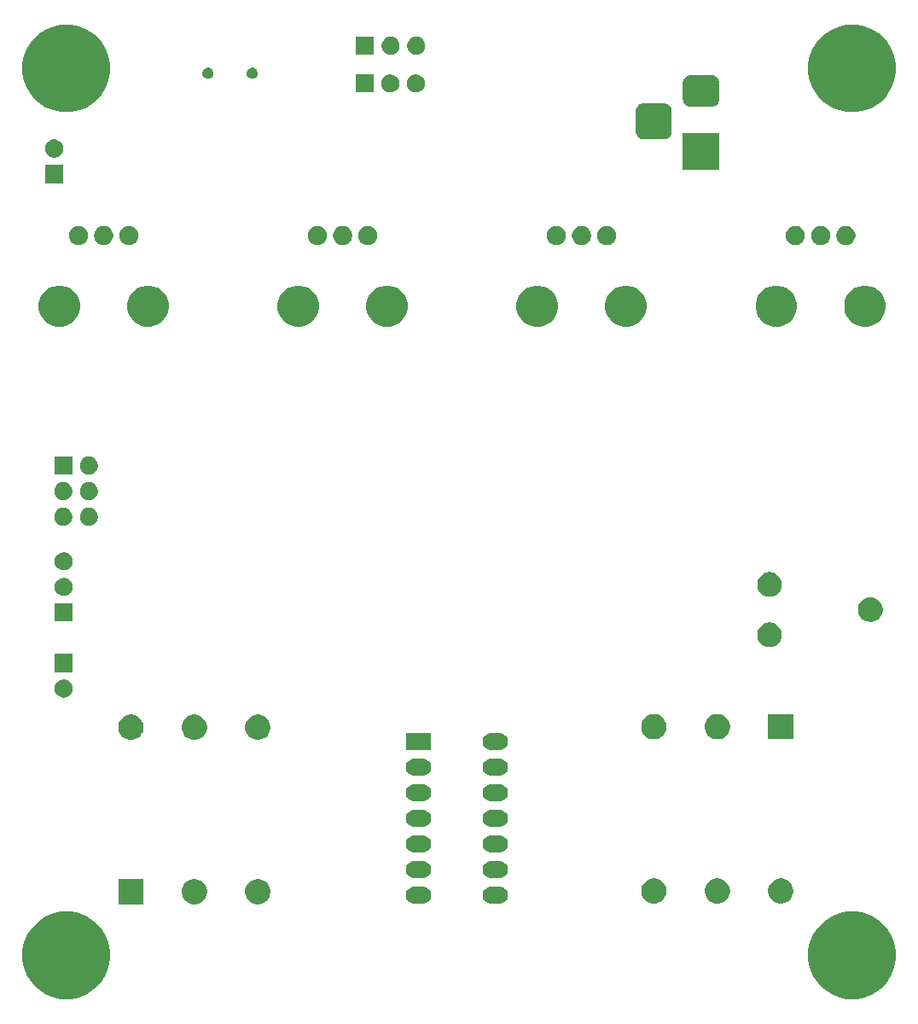
<source format=gbs>
G04 #@! TF.GenerationSoftware,KiCad,Pcbnew,(5.1.5-0-10_14)*
G04 #@! TF.CreationDate,2021-04-10T11:01:01-04:00*
G04 #@! TF.ProjectId,E90,4539302e-6b69-4636-9164-5f7063625858,rev?*
G04 #@! TF.SameCoordinates,Original*
G04 #@! TF.FileFunction,Soldermask,Bot*
G04 #@! TF.FilePolarity,Negative*
%FSLAX46Y46*%
G04 Gerber Fmt 4.6, Leading zero omitted, Abs format (unit mm)*
G04 Created by KiCad (PCBNEW (5.1.5-0-10_14)) date 2021-04-10 11:01:01*
%MOMM*%
%LPD*%
G04 APERTURE LIST*
%ADD10C,0.100000*%
G04 APERTURE END LIST*
D10*
G36*
X127048156Y-114672794D02*
G01*
X127769140Y-114816206D01*
X128560972Y-115144193D01*
X129273601Y-115620357D01*
X129879643Y-116226399D01*
X130355807Y-116939028D01*
X130683794Y-117730860D01*
X130851000Y-118571464D01*
X130851000Y-119428536D01*
X130683794Y-120269140D01*
X130355807Y-121060972D01*
X129879643Y-121773601D01*
X129273601Y-122379643D01*
X128560972Y-122855807D01*
X127769140Y-123183794D01*
X127048156Y-123327206D01*
X126928537Y-123351000D01*
X126071463Y-123351000D01*
X125951844Y-123327206D01*
X125230860Y-123183794D01*
X124439028Y-122855807D01*
X123726399Y-122379643D01*
X123120357Y-121773601D01*
X122644193Y-121060972D01*
X122316206Y-120269140D01*
X122149000Y-119428536D01*
X122149000Y-118571464D01*
X122316206Y-117730860D01*
X122644193Y-116939028D01*
X123120357Y-116226399D01*
X123726399Y-115620357D01*
X124439028Y-115144193D01*
X125230860Y-114816206D01*
X125951844Y-114672794D01*
X126071463Y-114649000D01*
X126928537Y-114649000D01*
X127048156Y-114672794D01*
G37*
G36*
X49048156Y-114672794D02*
G01*
X49769140Y-114816206D01*
X50560972Y-115144193D01*
X51273601Y-115620357D01*
X51879643Y-116226399D01*
X52355807Y-116939028D01*
X52683794Y-117730860D01*
X52851000Y-118571464D01*
X52851000Y-119428536D01*
X52683794Y-120269140D01*
X52355807Y-121060972D01*
X51879643Y-121773601D01*
X51273601Y-122379643D01*
X50560972Y-122855807D01*
X49769140Y-123183794D01*
X49048156Y-123327206D01*
X48928537Y-123351000D01*
X48071463Y-123351000D01*
X47951844Y-123327206D01*
X47230860Y-123183794D01*
X46439028Y-122855807D01*
X45726399Y-122379643D01*
X45120357Y-121773601D01*
X44644193Y-121060972D01*
X44316206Y-120269140D01*
X44149000Y-119428536D01*
X44149000Y-118571464D01*
X44316206Y-117730860D01*
X44644193Y-116939028D01*
X45120357Y-116226399D01*
X45726399Y-115620357D01*
X46439028Y-115144193D01*
X47230860Y-114816206D01*
X47951844Y-114672794D01*
X48071463Y-114649000D01*
X48928537Y-114649000D01*
X49048156Y-114672794D01*
G37*
G36*
X56161000Y-113931000D02*
G01*
X53659000Y-113931000D01*
X53659000Y-111429000D01*
X56161000Y-111429000D01*
X56161000Y-113931000D01*
G37*
G36*
X61574903Y-111477075D02*
G01*
X61802571Y-111571378D01*
X62007466Y-111708285D01*
X62181715Y-111882534D01*
X62181716Y-111882536D01*
X62318623Y-112087431D01*
X62412925Y-112315097D01*
X62461000Y-112556786D01*
X62461000Y-112803214D01*
X62412925Y-113044903D01*
X62345027Y-113208825D01*
X62318622Y-113272571D01*
X62181715Y-113477466D01*
X62007466Y-113651715D01*
X61802571Y-113788622D01*
X61802570Y-113788623D01*
X61802569Y-113788623D01*
X61574903Y-113882925D01*
X61333214Y-113931000D01*
X61086786Y-113931000D01*
X60845097Y-113882925D01*
X60617431Y-113788623D01*
X60617430Y-113788623D01*
X60617429Y-113788622D01*
X60412534Y-113651715D01*
X60238285Y-113477466D01*
X60101378Y-113272571D01*
X60074974Y-113208825D01*
X60007075Y-113044903D01*
X59959000Y-112803214D01*
X59959000Y-112556786D01*
X60007075Y-112315097D01*
X60101377Y-112087431D01*
X60238284Y-111882536D01*
X60238285Y-111882534D01*
X60412534Y-111708285D01*
X60617429Y-111571378D01*
X60845097Y-111477075D01*
X61086786Y-111429000D01*
X61333214Y-111429000D01*
X61574903Y-111477075D01*
G37*
G36*
X67874903Y-111477075D02*
G01*
X68102571Y-111571378D01*
X68307466Y-111708285D01*
X68481715Y-111882534D01*
X68481716Y-111882536D01*
X68618623Y-112087431D01*
X68712925Y-112315097D01*
X68761000Y-112556786D01*
X68761000Y-112803214D01*
X68712925Y-113044903D01*
X68645027Y-113208825D01*
X68618622Y-113272571D01*
X68481715Y-113477466D01*
X68307466Y-113651715D01*
X68102571Y-113788622D01*
X68102570Y-113788623D01*
X68102569Y-113788623D01*
X67874903Y-113882925D01*
X67633214Y-113931000D01*
X67386786Y-113931000D01*
X67145097Y-113882925D01*
X66917431Y-113788623D01*
X66917430Y-113788623D01*
X66917429Y-113788622D01*
X66712534Y-113651715D01*
X66538285Y-113477466D01*
X66401378Y-113272571D01*
X66374974Y-113208825D01*
X66307075Y-113044903D01*
X66259000Y-112803214D01*
X66259000Y-112556786D01*
X66307075Y-112315097D01*
X66401377Y-112087431D01*
X66538284Y-111882536D01*
X66538285Y-111882534D01*
X66712534Y-111708285D01*
X66917429Y-111571378D01*
X67145097Y-111477075D01*
X67386786Y-111429000D01*
X67633214Y-111429000D01*
X67874903Y-111477075D01*
G37*
G36*
X84026823Y-112203313D02*
G01*
X84187242Y-112251976D01*
X84305333Y-112315097D01*
X84335078Y-112330996D01*
X84464659Y-112437341D01*
X84571004Y-112566922D01*
X84571005Y-112566924D01*
X84650024Y-112714758D01*
X84698687Y-112875177D01*
X84715117Y-113042000D01*
X84698687Y-113208823D01*
X84650024Y-113369242D01*
X84592178Y-113477464D01*
X84571004Y-113517078D01*
X84464659Y-113646659D01*
X84335078Y-113753004D01*
X84335076Y-113753005D01*
X84187242Y-113832024D01*
X84026823Y-113880687D01*
X83901804Y-113893000D01*
X83018196Y-113893000D01*
X82893177Y-113880687D01*
X82732758Y-113832024D01*
X82584924Y-113753005D01*
X82584922Y-113753004D01*
X82455341Y-113646659D01*
X82348996Y-113517078D01*
X82327822Y-113477464D01*
X82269976Y-113369242D01*
X82221313Y-113208823D01*
X82204883Y-113042000D01*
X82221313Y-112875177D01*
X82269976Y-112714758D01*
X82348995Y-112566924D01*
X82348996Y-112566922D01*
X82455341Y-112437341D01*
X82584922Y-112330996D01*
X82614667Y-112315097D01*
X82732758Y-112251976D01*
X82893177Y-112203313D01*
X83018196Y-112191000D01*
X83901804Y-112191000D01*
X84026823Y-112203313D01*
G37*
G36*
X91646823Y-112203313D02*
G01*
X91807242Y-112251976D01*
X91925333Y-112315097D01*
X91955078Y-112330996D01*
X92084659Y-112437341D01*
X92191004Y-112566922D01*
X92191005Y-112566924D01*
X92270024Y-112714758D01*
X92318687Y-112875177D01*
X92335117Y-113042000D01*
X92318687Y-113208823D01*
X92270024Y-113369242D01*
X92212178Y-113477464D01*
X92191004Y-113517078D01*
X92084659Y-113646659D01*
X91955078Y-113753004D01*
X91955076Y-113753005D01*
X91807242Y-113832024D01*
X91646823Y-113880687D01*
X91521804Y-113893000D01*
X90638196Y-113893000D01*
X90513177Y-113880687D01*
X90352758Y-113832024D01*
X90204924Y-113753005D01*
X90204922Y-113753004D01*
X90075341Y-113646659D01*
X89968996Y-113517078D01*
X89947822Y-113477464D01*
X89889976Y-113369242D01*
X89841313Y-113208823D01*
X89824883Y-113042000D01*
X89841313Y-112875177D01*
X89889976Y-112714758D01*
X89968995Y-112566924D01*
X89968996Y-112566922D01*
X90075341Y-112437341D01*
X90204922Y-112330996D01*
X90234667Y-112315097D01*
X90352758Y-112251976D01*
X90513177Y-112203313D01*
X90638196Y-112191000D01*
X91521804Y-112191000D01*
X91646823Y-112203313D01*
G37*
G36*
X119774903Y-111417075D02*
G01*
X120002571Y-111511378D01*
X120207466Y-111648285D01*
X120381715Y-111822534D01*
X120381716Y-111822536D01*
X120518623Y-112027431D01*
X120612925Y-112255097D01*
X120661000Y-112496786D01*
X120661000Y-112743214D01*
X120612925Y-112984903D01*
X120520175Y-113208823D01*
X120518622Y-113212571D01*
X120381715Y-113417466D01*
X120207466Y-113591715D01*
X120002571Y-113728622D01*
X120002570Y-113728623D01*
X120002569Y-113728623D01*
X119774903Y-113822925D01*
X119533214Y-113871000D01*
X119286786Y-113871000D01*
X119045097Y-113822925D01*
X118817431Y-113728623D01*
X118817430Y-113728623D01*
X118817429Y-113728622D01*
X118612534Y-113591715D01*
X118438285Y-113417466D01*
X118301378Y-113212571D01*
X118299826Y-113208823D01*
X118207075Y-112984903D01*
X118159000Y-112743214D01*
X118159000Y-112496786D01*
X118207075Y-112255097D01*
X118301377Y-112027431D01*
X118438284Y-111822536D01*
X118438285Y-111822534D01*
X118612534Y-111648285D01*
X118817429Y-111511378D01*
X119045097Y-111417075D01*
X119286786Y-111369000D01*
X119533214Y-111369000D01*
X119774903Y-111417075D01*
G37*
G36*
X107174903Y-111417075D02*
G01*
X107402571Y-111511378D01*
X107607466Y-111648285D01*
X107781715Y-111822534D01*
X107781716Y-111822536D01*
X107918623Y-112027431D01*
X108012925Y-112255097D01*
X108061000Y-112496786D01*
X108061000Y-112743214D01*
X108012925Y-112984903D01*
X107920175Y-113208823D01*
X107918622Y-113212571D01*
X107781715Y-113417466D01*
X107607466Y-113591715D01*
X107402571Y-113728622D01*
X107402570Y-113728623D01*
X107402569Y-113728623D01*
X107174903Y-113822925D01*
X106933214Y-113871000D01*
X106686786Y-113871000D01*
X106445097Y-113822925D01*
X106217431Y-113728623D01*
X106217430Y-113728623D01*
X106217429Y-113728622D01*
X106012534Y-113591715D01*
X105838285Y-113417466D01*
X105701378Y-113212571D01*
X105699826Y-113208823D01*
X105607075Y-112984903D01*
X105559000Y-112743214D01*
X105559000Y-112496786D01*
X105607075Y-112255097D01*
X105701377Y-112027431D01*
X105838284Y-111822536D01*
X105838285Y-111822534D01*
X106012534Y-111648285D01*
X106217429Y-111511378D01*
X106445097Y-111417075D01*
X106686786Y-111369000D01*
X106933214Y-111369000D01*
X107174903Y-111417075D01*
G37*
G36*
X113474903Y-111417075D02*
G01*
X113702571Y-111511378D01*
X113907466Y-111648285D01*
X114081715Y-111822534D01*
X114081716Y-111822536D01*
X114218623Y-112027431D01*
X114312925Y-112255097D01*
X114361000Y-112496786D01*
X114361000Y-112743214D01*
X114312925Y-112984903D01*
X114220175Y-113208823D01*
X114218622Y-113212571D01*
X114081715Y-113417466D01*
X113907466Y-113591715D01*
X113702571Y-113728622D01*
X113702570Y-113728623D01*
X113702569Y-113728623D01*
X113474903Y-113822925D01*
X113233214Y-113871000D01*
X112986786Y-113871000D01*
X112745097Y-113822925D01*
X112517431Y-113728623D01*
X112517430Y-113728623D01*
X112517429Y-113728622D01*
X112312534Y-113591715D01*
X112138285Y-113417466D01*
X112001378Y-113212571D01*
X111999826Y-113208823D01*
X111907075Y-112984903D01*
X111859000Y-112743214D01*
X111859000Y-112496786D01*
X111907075Y-112255097D01*
X112001377Y-112027431D01*
X112138284Y-111822536D01*
X112138285Y-111822534D01*
X112312534Y-111648285D01*
X112517429Y-111511378D01*
X112745097Y-111417075D01*
X112986786Y-111369000D01*
X113233214Y-111369000D01*
X113474903Y-111417075D01*
G37*
G36*
X91646823Y-109663313D02*
G01*
X91807242Y-109711976D01*
X91939906Y-109782886D01*
X91955078Y-109790996D01*
X92084659Y-109897341D01*
X92191004Y-110026922D01*
X92191005Y-110026924D01*
X92270024Y-110174758D01*
X92318687Y-110335177D01*
X92335117Y-110502000D01*
X92318687Y-110668823D01*
X92270024Y-110829242D01*
X92199114Y-110961906D01*
X92191004Y-110977078D01*
X92084659Y-111106659D01*
X91955078Y-111213004D01*
X91955076Y-111213005D01*
X91807242Y-111292024D01*
X91646823Y-111340687D01*
X91521804Y-111353000D01*
X90638196Y-111353000D01*
X90513177Y-111340687D01*
X90352758Y-111292024D01*
X90204924Y-111213005D01*
X90204922Y-111213004D01*
X90075341Y-111106659D01*
X89968996Y-110977078D01*
X89960886Y-110961906D01*
X89889976Y-110829242D01*
X89841313Y-110668823D01*
X89824883Y-110502000D01*
X89841313Y-110335177D01*
X89889976Y-110174758D01*
X89968995Y-110026924D01*
X89968996Y-110026922D01*
X90075341Y-109897341D01*
X90204922Y-109790996D01*
X90220094Y-109782886D01*
X90352758Y-109711976D01*
X90513177Y-109663313D01*
X90638196Y-109651000D01*
X91521804Y-109651000D01*
X91646823Y-109663313D01*
G37*
G36*
X84026823Y-109663313D02*
G01*
X84187242Y-109711976D01*
X84319906Y-109782886D01*
X84335078Y-109790996D01*
X84464659Y-109897341D01*
X84571004Y-110026922D01*
X84571005Y-110026924D01*
X84650024Y-110174758D01*
X84698687Y-110335177D01*
X84715117Y-110502000D01*
X84698687Y-110668823D01*
X84650024Y-110829242D01*
X84579114Y-110961906D01*
X84571004Y-110977078D01*
X84464659Y-111106659D01*
X84335078Y-111213004D01*
X84335076Y-111213005D01*
X84187242Y-111292024D01*
X84026823Y-111340687D01*
X83901804Y-111353000D01*
X83018196Y-111353000D01*
X82893177Y-111340687D01*
X82732758Y-111292024D01*
X82584924Y-111213005D01*
X82584922Y-111213004D01*
X82455341Y-111106659D01*
X82348996Y-110977078D01*
X82340886Y-110961906D01*
X82269976Y-110829242D01*
X82221313Y-110668823D01*
X82204883Y-110502000D01*
X82221313Y-110335177D01*
X82269976Y-110174758D01*
X82348995Y-110026924D01*
X82348996Y-110026922D01*
X82455341Y-109897341D01*
X82584922Y-109790996D01*
X82600094Y-109782886D01*
X82732758Y-109711976D01*
X82893177Y-109663313D01*
X83018196Y-109651000D01*
X83901804Y-109651000D01*
X84026823Y-109663313D01*
G37*
G36*
X91646823Y-107123313D02*
G01*
X91807242Y-107171976D01*
X91939906Y-107242886D01*
X91955078Y-107250996D01*
X92084659Y-107357341D01*
X92191004Y-107486922D01*
X92191005Y-107486924D01*
X92270024Y-107634758D01*
X92318687Y-107795177D01*
X92335117Y-107962000D01*
X92318687Y-108128823D01*
X92270024Y-108289242D01*
X92199114Y-108421906D01*
X92191004Y-108437078D01*
X92084659Y-108566659D01*
X91955078Y-108673004D01*
X91955076Y-108673005D01*
X91807242Y-108752024D01*
X91646823Y-108800687D01*
X91521804Y-108813000D01*
X90638196Y-108813000D01*
X90513177Y-108800687D01*
X90352758Y-108752024D01*
X90204924Y-108673005D01*
X90204922Y-108673004D01*
X90075341Y-108566659D01*
X89968996Y-108437078D01*
X89960886Y-108421906D01*
X89889976Y-108289242D01*
X89841313Y-108128823D01*
X89824883Y-107962000D01*
X89841313Y-107795177D01*
X89889976Y-107634758D01*
X89968995Y-107486924D01*
X89968996Y-107486922D01*
X90075341Y-107357341D01*
X90204922Y-107250996D01*
X90220094Y-107242886D01*
X90352758Y-107171976D01*
X90513177Y-107123313D01*
X90638196Y-107111000D01*
X91521804Y-107111000D01*
X91646823Y-107123313D01*
G37*
G36*
X84026823Y-107123313D02*
G01*
X84187242Y-107171976D01*
X84319906Y-107242886D01*
X84335078Y-107250996D01*
X84464659Y-107357341D01*
X84571004Y-107486922D01*
X84571005Y-107486924D01*
X84650024Y-107634758D01*
X84698687Y-107795177D01*
X84715117Y-107962000D01*
X84698687Y-108128823D01*
X84650024Y-108289242D01*
X84579114Y-108421906D01*
X84571004Y-108437078D01*
X84464659Y-108566659D01*
X84335078Y-108673004D01*
X84335076Y-108673005D01*
X84187242Y-108752024D01*
X84026823Y-108800687D01*
X83901804Y-108813000D01*
X83018196Y-108813000D01*
X82893177Y-108800687D01*
X82732758Y-108752024D01*
X82584924Y-108673005D01*
X82584922Y-108673004D01*
X82455341Y-108566659D01*
X82348996Y-108437078D01*
X82340886Y-108421906D01*
X82269976Y-108289242D01*
X82221313Y-108128823D01*
X82204883Y-107962000D01*
X82221313Y-107795177D01*
X82269976Y-107634758D01*
X82348995Y-107486924D01*
X82348996Y-107486922D01*
X82455341Y-107357341D01*
X82584922Y-107250996D01*
X82600094Y-107242886D01*
X82732758Y-107171976D01*
X82893177Y-107123313D01*
X83018196Y-107111000D01*
X83901804Y-107111000D01*
X84026823Y-107123313D01*
G37*
G36*
X84026823Y-104583313D02*
G01*
X84187242Y-104631976D01*
X84319906Y-104702886D01*
X84335078Y-104710996D01*
X84464659Y-104817341D01*
X84571004Y-104946922D01*
X84571005Y-104946924D01*
X84650024Y-105094758D01*
X84698687Y-105255177D01*
X84715117Y-105422000D01*
X84698687Y-105588823D01*
X84650024Y-105749242D01*
X84579114Y-105881906D01*
X84571004Y-105897078D01*
X84464659Y-106026659D01*
X84335078Y-106133004D01*
X84335076Y-106133005D01*
X84187242Y-106212024D01*
X84026823Y-106260687D01*
X83901804Y-106273000D01*
X83018196Y-106273000D01*
X82893177Y-106260687D01*
X82732758Y-106212024D01*
X82584924Y-106133005D01*
X82584922Y-106133004D01*
X82455341Y-106026659D01*
X82348996Y-105897078D01*
X82340886Y-105881906D01*
X82269976Y-105749242D01*
X82221313Y-105588823D01*
X82204883Y-105422000D01*
X82221313Y-105255177D01*
X82269976Y-105094758D01*
X82348995Y-104946924D01*
X82348996Y-104946922D01*
X82455341Y-104817341D01*
X82584922Y-104710996D01*
X82600094Y-104702886D01*
X82732758Y-104631976D01*
X82893177Y-104583313D01*
X83018196Y-104571000D01*
X83901804Y-104571000D01*
X84026823Y-104583313D01*
G37*
G36*
X91646823Y-104583313D02*
G01*
X91807242Y-104631976D01*
X91939906Y-104702886D01*
X91955078Y-104710996D01*
X92084659Y-104817341D01*
X92191004Y-104946922D01*
X92191005Y-104946924D01*
X92270024Y-105094758D01*
X92318687Y-105255177D01*
X92335117Y-105422000D01*
X92318687Y-105588823D01*
X92270024Y-105749242D01*
X92199114Y-105881906D01*
X92191004Y-105897078D01*
X92084659Y-106026659D01*
X91955078Y-106133004D01*
X91955076Y-106133005D01*
X91807242Y-106212024D01*
X91646823Y-106260687D01*
X91521804Y-106273000D01*
X90638196Y-106273000D01*
X90513177Y-106260687D01*
X90352758Y-106212024D01*
X90204924Y-106133005D01*
X90204922Y-106133004D01*
X90075341Y-106026659D01*
X89968996Y-105897078D01*
X89960886Y-105881906D01*
X89889976Y-105749242D01*
X89841313Y-105588823D01*
X89824883Y-105422000D01*
X89841313Y-105255177D01*
X89889976Y-105094758D01*
X89968995Y-104946924D01*
X89968996Y-104946922D01*
X90075341Y-104817341D01*
X90204922Y-104710996D01*
X90220094Y-104702886D01*
X90352758Y-104631976D01*
X90513177Y-104583313D01*
X90638196Y-104571000D01*
X91521804Y-104571000D01*
X91646823Y-104583313D01*
G37*
G36*
X84026823Y-102043313D02*
G01*
X84187242Y-102091976D01*
X84319906Y-102162886D01*
X84335078Y-102170996D01*
X84464659Y-102277341D01*
X84571004Y-102406922D01*
X84571005Y-102406924D01*
X84650024Y-102554758D01*
X84698687Y-102715177D01*
X84715117Y-102882000D01*
X84698687Y-103048823D01*
X84650024Y-103209242D01*
X84579114Y-103341906D01*
X84571004Y-103357078D01*
X84464659Y-103486659D01*
X84335078Y-103593004D01*
X84335076Y-103593005D01*
X84187242Y-103672024D01*
X84026823Y-103720687D01*
X83901804Y-103733000D01*
X83018196Y-103733000D01*
X82893177Y-103720687D01*
X82732758Y-103672024D01*
X82584924Y-103593005D01*
X82584922Y-103593004D01*
X82455341Y-103486659D01*
X82348996Y-103357078D01*
X82340886Y-103341906D01*
X82269976Y-103209242D01*
X82221313Y-103048823D01*
X82204883Y-102882000D01*
X82221313Y-102715177D01*
X82269976Y-102554758D01*
X82348995Y-102406924D01*
X82348996Y-102406922D01*
X82455341Y-102277341D01*
X82584922Y-102170996D01*
X82600094Y-102162886D01*
X82732758Y-102091976D01*
X82893177Y-102043313D01*
X83018196Y-102031000D01*
X83901804Y-102031000D01*
X84026823Y-102043313D01*
G37*
G36*
X91646823Y-102043313D02*
G01*
X91807242Y-102091976D01*
X91939906Y-102162886D01*
X91955078Y-102170996D01*
X92084659Y-102277341D01*
X92191004Y-102406922D01*
X92191005Y-102406924D01*
X92270024Y-102554758D01*
X92318687Y-102715177D01*
X92335117Y-102882000D01*
X92318687Y-103048823D01*
X92270024Y-103209242D01*
X92199114Y-103341906D01*
X92191004Y-103357078D01*
X92084659Y-103486659D01*
X91955078Y-103593004D01*
X91955076Y-103593005D01*
X91807242Y-103672024D01*
X91646823Y-103720687D01*
X91521804Y-103733000D01*
X90638196Y-103733000D01*
X90513177Y-103720687D01*
X90352758Y-103672024D01*
X90204924Y-103593005D01*
X90204922Y-103593004D01*
X90075341Y-103486659D01*
X89968996Y-103357078D01*
X89960886Y-103341906D01*
X89889976Y-103209242D01*
X89841313Y-103048823D01*
X89824883Y-102882000D01*
X89841313Y-102715177D01*
X89889976Y-102554758D01*
X89968995Y-102406924D01*
X89968996Y-102406922D01*
X90075341Y-102277341D01*
X90204922Y-102170996D01*
X90220094Y-102162886D01*
X90352758Y-102091976D01*
X90513177Y-102043313D01*
X90638196Y-102031000D01*
X91521804Y-102031000D01*
X91646823Y-102043313D01*
G37*
G36*
X84026823Y-99503313D02*
G01*
X84187242Y-99551976D01*
X84319906Y-99622886D01*
X84335078Y-99630996D01*
X84464659Y-99737341D01*
X84571004Y-99866922D01*
X84571005Y-99866924D01*
X84650024Y-100014758D01*
X84698687Y-100175177D01*
X84715117Y-100342000D01*
X84698687Y-100508823D01*
X84650024Y-100669242D01*
X84579114Y-100801906D01*
X84571004Y-100817078D01*
X84464659Y-100946659D01*
X84335078Y-101053004D01*
X84335076Y-101053005D01*
X84187242Y-101132024D01*
X84026823Y-101180687D01*
X83901804Y-101193000D01*
X83018196Y-101193000D01*
X82893177Y-101180687D01*
X82732758Y-101132024D01*
X82584924Y-101053005D01*
X82584922Y-101053004D01*
X82455341Y-100946659D01*
X82348996Y-100817078D01*
X82340886Y-100801906D01*
X82269976Y-100669242D01*
X82221313Y-100508823D01*
X82204883Y-100342000D01*
X82221313Y-100175177D01*
X82269976Y-100014758D01*
X82348995Y-99866924D01*
X82348996Y-99866922D01*
X82455341Y-99737341D01*
X82584922Y-99630996D01*
X82600094Y-99622886D01*
X82732758Y-99551976D01*
X82893177Y-99503313D01*
X83018196Y-99491000D01*
X83901804Y-99491000D01*
X84026823Y-99503313D01*
G37*
G36*
X91646823Y-99503313D02*
G01*
X91807242Y-99551976D01*
X91939906Y-99622886D01*
X91955078Y-99630996D01*
X92084659Y-99737341D01*
X92191004Y-99866922D01*
X92191005Y-99866924D01*
X92270024Y-100014758D01*
X92318687Y-100175177D01*
X92335117Y-100342000D01*
X92318687Y-100508823D01*
X92270024Y-100669242D01*
X92199114Y-100801906D01*
X92191004Y-100817078D01*
X92084659Y-100946659D01*
X91955078Y-101053004D01*
X91955076Y-101053005D01*
X91807242Y-101132024D01*
X91646823Y-101180687D01*
X91521804Y-101193000D01*
X90638196Y-101193000D01*
X90513177Y-101180687D01*
X90352758Y-101132024D01*
X90204924Y-101053005D01*
X90204922Y-101053004D01*
X90075341Y-100946659D01*
X89968996Y-100817078D01*
X89960886Y-100801906D01*
X89889976Y-100669242D01*
X89841313Y-100508823D01*
X89824883Y-100342000D01*
X89841313Y-100175177D01*
X89889976Y-100014758D01*
X89968995Y-99866924D01*
X89968996Y-99866922D01*
X90075341Y-99737341D01*
X90204922Y-99630996D01*
X90220094Y-99622886D01*
X90352758Y-99551976D01*
X90513177Y-99503313D01*
X90638196Y-99491000D01*
X91521804Y-99491000D01*
X91646823Y-99503313D01*
G37*
G36*
X91646823Y-96963313D02*
G01*
X91807242Y-97011976D01*
X91939906Y-97082886D01*
X91955078Y-97090996D01*
X92084659Y-97197341D01*
X92191004Y-97326922D01*
X92191005Y-97326924D01*
X92270024Y-97474758D01*
X92318687Y-97635177D01*
X92335117Y-97802000D01*
X92318687Y-97968823D01*
X92270024Y-98129242D01*
X92199114Y-98261906D01*
X92191004Y-98277078D01*
X92084659Y-98406659D01*
X91955078Y-98513004D01*
X91955076Y-98513005D01*
X91807242Y-98592024D01*
X91646823Y-98640687D01*
X91521804Y-98653000D01*
X90638196Y-98653000D01*
X90513177Y-98640687D01*
X90352758Y-98592024D01*
X90204924Y-98513005D01*
X90204922Y-98513004D01*
X90075341Y-98406659D01*
X89968996Y-98277078D01*
X89960886Y-98261906D01*
X89889976Y-98129242D01*
X89841313Y-97968823D01*
X89824883Y-97802000D01*
X89841313Y-97635177D01*
X89889976Y-97474758D01*
X89968995Y-97326924D01*
X89968996Y-97326922D01*
X90075341Y-97197341D01*
X90204922Y-97090996D01*
X90220094Y-97082886D01*
X90352758Y-97011976D01*
X90513177Y-96963313D01*
X90638196Y-96951000D01*
X91521804Y-96951000D01*
X91646823Y-96963313D01*
G37*
G36*
X84711000Y-98653000D02*
G01*
X82209000Y-98653000D01*
X82209000Y-96951000D01*
X84711000Y-96951000D01*
X84711000Y-98653000D01*
G37*
G36*
X67874903Y-95177075D02*
G01*
X68102571Y-95271378D01*
X68307466Y-95408285D01*
X68481715Y-95582534D01*
X68481716Y-95582536D01*
X68618623Y-95787431D01*
X68712925Y-96015097D01*
X68761000Y-96256786D01*
X68761000Y-96503214D01*
X68712925Y-96744903D01*
X68622457Y-96963314D01*
X68618622Y-96972571D01*
X68481715Y-97177466D01*
X68307466Y-97351715D01*
X68102571Y-97488622D01*
X68102570Y-97488623D01*
X68102569Y-97488623D01*
X67874903Y-97582925D01*
X67633214Y-97631000D01*
X67386786Y-97631000D01*
X67145097Y-97582925D01*
X66917431Y-97488623D01*
X66917430Y-97488623D01*
X66917429Y-97488622D01*
X66712534Y-97351715D01*
X66538285Y-97177466D01*
X66401378Y-96972571D01*
X66397544Y-96963314D01*
X66307075Y-96744903D01*
X66259000Y-96503214D01*
X66259000Y-96256786D01*
X66307075Y-96015097D01*
X66401377Y-95787431D01*
X66538284Y-95582536D01*
X66538285Y-95582534D01*
X66712534Y-95408285D01*
X66917429Y-95271378D01*
X67145097Y-95177075D01*
X67386786Y-95129000D01*
X67633214Y-95129000D01*
X67874903Y-95177075D01*
G37*
G36*
X61574903Y-95177075D02*
G01*
X61802571Y-95271378D01*
X62007466Y-95408285D01*
X62181715Y-95582534D01*
X62181716Y-95582536D01*
X62318623Y-95787431D01*
X62412925Y-96015097D01*
X62461000Y-96256786D01*
X62461000Y-96503214D01*
X62412925Y-96744903D01*
X62322457Y-96963314D01*
X62318622Y-96972571D01*
X62181715Y-97177466D01*
X62007466Y-97351715D01*
X61802571Y-97488622D01*
X61802570Y-97488623D01*
X61802569Y-97488623D01*
X61574903Y-97582925D01*
X61333214Y-97631000D01*
X61086786Y-97631000D01*
X60845097Y-97582925D01*
X60617431Y-97488623D01*
X60617430Y-97488623D01*
X60617429Y-97488622D01*
X60412534Y-97351715D01*
X60238285Y-97177466D01*
X60101378Y-96972571D01*
X60097544Y-96963314D01*
X60007075Y-96744903D01*
X59959000Y-96503214D01*
X59959000Y-96256786D01*
X60007075Y-96015097D01*
X60101377Y-95787431D01*
X60238284Y-95582536D01*
X60238285Y-95582534D01*
X60412534Y-95408285D01*
X60617429Y-95271378D01*
X60845097Y-95177075D01*
X61086786Y-95129000D01*
X61333214Y-95129000D01*
X61574903Y-95177075D01*
G37*
G36*
X55274903Y-95177075D02*
G01*
X55502571Y-95271378D01*
X55707466Y-95408285D01*
X55881715Y-95582534D01*
X55881716Y-95582536D01*
X56018623Y-95787431D01*
X56112925Y-96015097D01*
X56161000Y-96256786D01*
X56161000Y-96503214D01*
X56112925Y-96744903D01*
X56022457Y-96963314D01*
X56018622Y-96972571D01*
X55881715Y-97177466D01*
X55707466Y-97351715D01*
X55502571Y-97488622D01*
X55502570Y-97488623D01*
X55502569Y-97488623D01*
X55274903Y-97582925D01*
X55033214Y-97631000D01*
X54786786Y-97631000D01*
X54545097Y-97582925D01*
X54317431Y-97488623D01*
X54317430Y-97488623D01*
X54317429Y-97488622D01*
X54112534Y-97351715D01*
X53938285Y-97177466D01*
X53801378Y-96972571D01*
X53797544Y-96963314D01*
X53707075Y-96744903D01*
X53659000Y-96503214D01*
X53659000Y-96256786D01*
X53707075Y-96015097D01*
X53801377Y-95787431D01*
X53938284Y-95582536D01*
X53938285Y-95582534D01*
X54112534Y-95408285D01*
X54317429Y-95271378D01*
X54545097Y-95177075D01*
X54786786Y-95129000D01*
X55033214Y-95129000D01*
X55274903Y-95177075D01*
G37*
G36*
X120661000Y-97571000D02*
G01*
X118159000Y-97571000D01*
X118159000Y-95069000D01*
X120661000Y-95069000D01*
X120661000Y-97571000D01*
G37*
G36*
X113474903Y-95117075D02*
G01*
X113702571Y-95211378D01*
X113907466Y-95348285D01*
X114081715Y-95522534D01*
X114218622Y-95727429D01*
X114312925Y-95955097D01*
X114361000Y-96196787D01*
X114361000Y-96443213D01*
X114312925Y-96684903D01*
X114218622Y-96912571D01*
X114081715Y-97117466D01*
X113907466Y-97291715D01*
X113702571Y-97428622D01*
X113702570Y-97428623D01*
X113702569Y-97428623D01*
X113474903Y-97522925D01*
X113233214Y-97571000D01*
X112986786Y-97571000D01*
X112745097Y-97522925D01*
X112517431Y-97428623D01*
X112517430Y-97428623D01*
X112517429Y-97428622D01*
X112312534Y-97291715D01*
X112138285Y-97117466D01*
X112001378Y-96912571D01*
X111907075Y-96684903D01*
X111859000Y-96443213D01*
X111859000Y-96196787D01*
X111907075Y-95955097D01*
X112001378Y-95727429D01*
X112138285Y-95522534D01*
X112312534Y-95348285D01*
X112517429Y-95211378D01*
X112745097Y-95117075D01*
X112986786Y-95069000D01*
X113233214Y-95069000D01*
X113474903Y-95117075D01*
G37*
G36*
X107174903Y-95117075D02*
G01*
X107402571Y-95211378D01*
X107607466Y-95348285D01*
X107781715Y-95522534D01*
X107918622Y-95727429D01*
X108012925Y-95955097D01*
X108061000Y-96196787D01*
X108061000Y-96443213D01*
X108012925Y-96684903D01*
X107918622Y-96912571D01*
X107781715Y-97117466D01*
X107607466Y-97291715D01*
X107402571Y-97428622D01*
X107402570Y-97428623D01*
X107402569Y-97428623D01*
X107174903Y-97522925D01*
X106933214Y-97571000D01*
X106686786Y-97571000D01*
X106445097Y-97522925D01*
X106217431Y-97428623D01*
X106217430Y-97428623D01*
X106217429Y-97428622D01*
X106012534Y-97291715D01*
X105838285Y-97117466D01*
X105701378Y-96912571D01*
X105607075Y-96684903D01*
X105559000Y-96443213D01*
X105559000Y-96196787D01*
X105607075Y-95955097D01*
X105701378Y-95727429D01*
X105838285Y-95522534D01*
X106012534Y-95348285D01*
X106217429Y-95211378D01*
X106445097Y-95117075D01*
X106686786Y-95069000D01*
X106933214Y-95069000D01*
X107174903Y-95117075D01*
G37*
G36*
X48363512Y-91643927D02*
G01*
X48512812Y-91673624D01*
X48676784Y-91741544D01*
X48824354Y-91840147D01*
X48949853Y-91965646D01*
X49048456Y-92113216D01*
X49116376Y-92277188D01*
X49151000Y-92451259D01*
X49151000Y-92628741D01*
X49116376Y-92802812D01*
X49048456Y-92966784D01*
X48949853Y-93114354D01*
X48824354Y-93239853D01*
X48676784Y-93338456D01*
X48512812Y-93406376D01*
X48363512Y-93436073D01*
X48338742Y-93441000D01*
X48161258Y-93441000D01*
X48136488Y-93436073D01*
X47987188Y-93406376D01*
X47823216Y-93338456D01*
X47675646Y-93239853D01*
X47550147Y-93114354D01*
X47451544Y-92966784D01*
X47383624Y-92802812D01*
X47349000Y-92628741D01*
X47349000Y-92451259D01*
X47383624Y-92277188D01*
X47451544Y-92113216D01*
X47550147Y-91965646D01*
X47675646Y-91840147D01*
X47823216Y-91741544D01*
X47987188Y-91673624D01*
X48136488Y-91643927D01*
X48161258Y-91639000D01*
X48338742Y-91639000D01*
X48363512Y-91643927D01*
G37*
G36*
X49151000Y-90901000D02*
G01*
X47349000Y-90901000D01*
X47349000Y-89099000D01*
X49151000Y-89099000D01*
X49151000Y-90901000D01*
G37*
G36*
X118656153Y-86025922D02*
G01*
X118748194Y-86064047D01*
X118878359Y-86117963D01*
X119078342Y-86251587D01*
X119248413Y-86421658D01*
X119382037Y-86621641D01*
X119474078Y-86843848D01*
X119521000Y-87079741D01*
X119521000Y-87320259D01*
X119474078Y-87556152D01*
X119382037Y-87778359D01*
X119248413Y-87978342D01*
X119078342Y-88148413D01*
X118878359Y-88282037D01*
X118748194Y-88335953D01*
X118656153Y-88374078D01*
X118420259Y-88421000D01*
X118179741Y-88421000D01*
X117943847Y-88374078D01*
X117851806Y-88335953D01*
X117721641Y-88282037D01*
X117521658Y-88148413D01*
X117351587Y-87978342D01*
X117217963Y-87778359D01*
X117125922Y-87556152D01*
X117079000Y-87320259D01*
X117079000Y-87079741D01*
X117125922Y-86843848D01*
X117217963Y-86621641D01*
X117351587Y-86421658D01*
X117521658Y-86251587D01*
X117721641Y-86117963D01*
X117851806Y-86064047D01*
X117943847Y-86025922D01*
X118061795Y-86002461D01*
X118179741Y-85979000D01*
X118420259Y-85979000D01*
X118656153Y-86025922D01*
G37*
G36*
X128656153Y-83525922D02*
G01*
X128748194Y-83564047D01*
X128878359Y-83617963D01*
X129078342Y-83751587D01*
X129248413Y-83921658D01*
X129382037Y-84121641D01*
X129474078Y-84343848D01*
X129521000Y-84579741D01*
X129521000Y-84820259D01*
X129474078Y-85056152D01*
X129382037Y-85278359D01*
X129248413Y-85478342D01*
X129078342Y-85648413D01*
X128878359Y-85782037D01*
X128748194Y-85835953D01*
X128656153Y-85874078D01*
X128420259Y-85921000D01*
X128179741Y-85921000D01*
X128061795Y-85897539D01*
X127943847Y-85874078D01*
X127851806Y-85835953D01*
X127721641Y-85782037D01*
X127521658Y-85648413D01*
X127351587Y-85478342D01*
X127217963Y-85278359D01*
X127125922Y-85056152D01*
X127079000Y-84820259D01*
X127079000Y-84579741D01*
X127125922Y-84343848D01*
X127217963Y-84121641D01*
X127351587Y-83921658D01*
X127521658Y-83751587D01*
X127721641Y-83617963D01*
X127851806Y-83564047D01*
X127943847Y-83525922D01*
X128179741Y-83479000D01*
X128420259Y-83479000D01*
X128656153Y-83525922D01*
G37*
G36*
X49151000Y-85901000D02*
G01*
X47349000Y-85901000D01*
X47349000Y-84099000D01*
X49151000Y-84099000D01*
X49151000Y-85901000D01*
G37*
G36*
X118538205Y-81002461D02*
G01*
X118656153Y-81025922D01*
X118748194Y-81064047D01*
X118878359Y-81117963D01*
X119078342Y-81251587D01*
X119248413Y-81421658D01*
X119382037Y-81621641D01*
X119474078Y-81843848D01*
X119521000Y-82079741D01*
X119521000Y-82320259D01*
X119474078Y-82556152D01*
X119382037Y-82778359D01*
X119248413Y-82978342D01*
X119078342Y-83148413D01*
X118878359Y-83282037D01*
X118771317Y-83326375D01*
X118656153Y-83374078D01*
X118420259Y-83421000D01*
X118179741Y-83421000D01*
X117943847Y-83374078D01*
X117828683Y-83326375D01*
X117721641Y-83282037D01*
X117521658Y-83148413D01*
X117351587Y-82978342D01*
X117217963Y-82778359D01*
X117125922Y-82556152D01*
X117079000Y-82320259D01*
X117079000Y-82079741D01*
X117125922Y-81843848D01*
X117217963Y-81621641D01*
X117351587Y-81421658D01*
X117521658Y-81251587D01*
X117721641Y-81117963D01*
X117851806Y-81064047D01*
X117943847Y-81025922D01*
X118061795Y-81002461D01*
X118179741Y-80979000D01*
X118420259Y-80979000D01*
X118538205Y-81002461D01*
G37*
G36*
X48363512Y-81563927D02*
G01*
X48512812Y-81593624D01*
X48676784Y-81661544D01*
X48824354Y-81760147D01*
X48949853Y-81885646D01*
X49048456Y-82033216D01*
X49116376Y-82197188D01*
X49151000Y-82371259D01*
X49151000Y-82548741D01*
X49116376Y-82722812D01*
X49048456Y-82886784D01*
X48949853Y-83034354D01*
X48824354Y-83159853D01*
X48676784Y-83258456D01*
X48512812Y-83326376D01*
X48363512Y-83356073D01*
X48338742Y-83361000D01*
X48161258Y-83361000D01*
X48136488Y-83356073D01*
X47987188Y-83326376D01*
X47823216Y-83258456D01*
X47675646Y-83159853D01*
X47550147Y-83034354D01*
X47451544Y-82886784D01*
X47383624Y-82722812D01*
X47349000Y-82548741D01*
X47349000Y-82371259D01*
X47383624Y-82197188D01*
X47451544Y-82033216D01*
X47550147Y-81885646D01*
X47675646Y-81760147D01*
X47823216Y-81661544D01*
X47987188Y-81593624D01*
X48136488Y-81563927D01*
X48161258Y-81559000D01*
X48338742Y-81559000D01*
X48363512Y-81563927D01*
G37*
G36*
X48363512Y-79023927D02*
G01*
X48512812Y-79053624D01*
X48676784Y-79121544D01*
X48824354Y-79220147D01*
X48949853Y-79345646D01*
X49048456Y-79493216D01*
X49116376Y-79657188D01*
X49151000Y-79831259D01*
X49151000Y-80008741D01*
X49116376Y-80182812D01*
X49048456Y-80346784D01*
X48949853Y-80494354D01*
X48824354Y-80619853D01*
X48676784Y-80718456D01*
X48512812Y-80786376D01*
X48363512Y-80816073D01*
X48338742Y-80821000D01*
X48161258Y-80821000D01*
X48136488Y-80816073D01*
X47987188Y-80786376D01*
X47823216Y-80718456D01*
X47675646Y-80619853D01*
X47550147Y-80494354D01*
X47451544Y-80346784D01*
X47383624Y-80182812D01*
X47349000Y-80008741D01*
X47349000Y-79831259D01*
X47383624Y-79657188D01*
X47451544Y-79493216D01*
X47550147Y-79345646D01*
X47675646Y-79220147D01*
X47823216Y-79121544D01*
X47987188Y-79053624D01*
X48136488Y-79023927D01*
X48161258Y-79019000D01*
X48338742Y-79019000D01*
X48363512Y-79023927D01*
G37*
G36*
X50863512Y-74603927D02*
G01*
X51012812Y-74633624D01*
X51176784Y-74701544D01*
X51324354Y-74800147D01*
X51449853Y-74925646D01*
X51548456Y-75073216D01*
X51616376Y-75237188D01*
X51651000Y-75411259D01*
X51651000Y-75588741D01*
X51616376Y-75762812D01*
X51548456Y-75926784D01*
X51449853Y-76074354D01*
X51324354Y-76199853D01*
X51176784Y-76298456D01*
X51012812Y-76366376D01*
X50863512Y-76396073D01*
X50838742Y-76401000D01*
X50661258Y-76401000D01*
X50636488Y-76396073D01*
X50487188Y-76366376D01*
X50323216Y-76298456D01*
X50175646Y-76199853D01*
X50050147Y-76074354D01*
X49951544Y-75926784D01*
X49883624Y-75762812D01*
X49849000Y-75588741D01*
X49849000Y-75411259D01*
X49883624Y-75237188D01*
X49951544Y-75073216D01*
X50050147Y-74925646D01*
X50175646Y-74800147D01*
X50323216Y-74701544D01*
X50487188Y-74633624D01*
X50636488Y-74603927D01*
X50661258Y-74599000D01*
X50838742Y-74599000D01*
X50863512Y-74603927D01*
G37*
G36*
X48323512Y-74603927D02*
G01*
X48472812Y-74633624D01*
X48636784Y-74701544D01*
X48784354Y-74800147D01*
X48909853Y-74925646D01*
X49008456Y-75073216D01*
X49076376Y-75237188D01*
X49111000Y-75411259D01*
X49111000Y-75588741D01*
X49076376Y-75762812D01*
X49008456Y-75926784D01*
X48909853Y-76074354D01*
X48784354Y-76199853D01*
X48636784Y-76298456D01*
X48472812Y-76366376D01*
X48323512Y-76396073D01*
X48298742Y-76401000D01*
X48121258Y-76401000D01*
X48096488Y-76396073D01*
X47947188Y-76366376D01*
X47783216Y-76298456D01*
X47635646Y-76199853D01*
X47510147Y-76074354D01*
X47411544Y-75926784D01*
X47343624Y-75762812D01*
X47309000Y-75588741D01*
X47309000Y-75411259D01*
X47343624Y-75237188D01*
X47411544Y-75073216D01*
X47510147Y-74925646D01*
X47635646Y-74800147D01*
X47783216Y-74701544D01*
X47947188Y-74633624D01*
X48096488Y-74603927D01*
X48121258Y-74599000D01*
X48298742Y-74599000D01*
X48323512Y-74603927D01*
G37*
G36*
X50863512Y-72063927D02*
G01*
X51012812Y-72093624D01*
X51176784Y-72161544D01*
X51324354Y-72260147D01*
X51449853Y-72385646D01*
X51548456Y-72533216D01*
X51616376Y-72697188D01*
X51651000Y-72871259D01*
X51651000Y-73048741D01*
X51616376Y-73222812D01*
X51548456Y-73386784D01*
X51449853Y-73534354D01*
X51324354Y-73659853D01*
X51176784Y-73758456D01*
X51012812Y-73826376D01*
X50863512Y-73856073D01*
X50838742Y-73861000D01*
X50661258Y-73861000D01*
X50636488Y-73856073D01*
X50487188Y-73826376D01*
X50323216Y-73758456D01*
X50175646Y-73659853D01*
X50050147Y-73534354D01*
X49951544Y-73386784D01*
X49883624Y-73222812D01*
X49849000Y-73048741D01*
X49849000Y-72871259D01*
X49883624Y-72697188D01*
X49951544Y-72533216D01*
X50050147Y-72385646D01*
X50175646Y-72260147D01*
X50323216Y-72161544D01*
X50487188Y-72093624D01*
X50636488Y-72063927D01*
X50661258Y-72059000D01*
X50838742Y-72059000D01*
X50863512Y-72063927D01*
G37*
G36*
X48323512Y-72063927D02*
G01*
X48472812Y-72093624D01*
X48636784Y-72161544D01*
X48784354Y-72260147D01*
X48909853Y-72385646D01*
X49008456Y-72533216D01*
X49076376Y-72697188D01*
X49111000Y-72871259D01*
X49111000Y-73048741D01*
X49076376Y-73222812D01*
X49008456Y-73386784D01*
X48909853Y-73534354D01*
X48784354Y-73659853D01*
X48636784Y-73758456D01*
X48472812Y-73826376D01*
X48323512Y-73856073D01*
X48298742Y-73861000D01*
X48121258Y-73861000D01*
X48096488Y-73856073D01*
X47947188Y-73826376D01*
X47783216Y-73758456D01*
X47635646Y-73659853D01*
X47510147Y-73534354D01*
X47411544Y-73386784D01*
X47343624Y-73222812D01*
X47309000Y-73048741D01*
X47309000Y-72871259D01*
X47343624Y-72697188D01*
X47411544Y-72533216D01*
X47510147Y-72385646D01*
X47635646Y-72260147D01*
X47783216Y-72161544D01*
X47947188Y-72093624D01*
X48096488Y-72063927D01*
X48121258Y-72059000D01*
X48298742Y-72059000D01*
X48323512Y-72063927D01*
G37*
G36*
X49111000Y-71321000D02*
G01*
X47309000Y-71321000D01*
X47309000Y-69519000D01*
X49111000Y-69519000D01*
X49111000Y-71321000D01*
G37*
G36*
X50863512Y-69523927D02*
G01*
X51012812Y-69553624D01*
X51176784Y-69621544D01*
X51324354Y-69720147D01*
X51449853Y-69845646D01*
X51548456Y-69993216D01*
X51616376Y-70157188D01*
X51651000Y-70331259D01*
X51651000Y-70508741D01*
X51616376Y-70682812D01*
X51548456Y-70846784D01*
X51449853Y-70994354D01*
X51324354Y-71119853D01*
X51176784Y-71218456D01*
X51012812Y-71286376D01*
X50863512Y-71316073D01*
X50838742Y-71321000D01*
X50661258Y-71321000D01*
X50636488Y-71316073D01*
X50487188Y-71286376D01*
X50323216Y-71218456D01*
X50175646Y-71119853D01*
X50050147Y-70994354D01*
X49951544Y-70846784D01*
X49883624Y-70682812D01*
X49849000Y-70508741D01*
X49849000Y-70331259D01*
X49883624Y-70157188D01*
X49951544Y-69993216D01*
X50050147Y-69845646D01*
X50175646Y-69720147D01*
X50323216Y-69621544D01*
X50487188Y-69553624D01*
X50636488Y-69523927D01*
X50661258Y-69519000D01*
X50838742Y-69519000D01*
X50863512Y-69523927D01*
G37*
G36*
X128358254Y-52627818D02*
G01*
X128731511Y-52782426D01*
X128731513Y-52782427D01*
X129067436Y-53006884D01*
X129353116Y-53292564D01*
X129577574Y-53628489D01*
X129732182Y-54001746D01*
X129811000Y-54397993D01*
X129811000Y-54802007D01*
X129732182Y-55198254D01*
X129577574Y-55571511D01*
X129577573Y-55571513D01*
X129353116Y-55907436D01*
X129067436Y-56193116D01*
X128731513Y-56417573D01*
X128731512Y-56417574D01*
X128731511Y-56417574D01*
X128358254Y-56572182D01*
X127962007Y-56651000D01*
X127557993Y-56651000D01*
X127161746Y-56572182D01*
X126788489Y-56417574D01*
X126788488Y-56417574D01*
X126788487Y-56417573D01*
X126452564Y-56193116D01*
X126166884Y-55907436D01*
X125942427Y-55571513D01*
X125942426Y-55571511D01*
X125787818Y-55198254D01*
X125709000Y-54802007D01*
X125709000Y-54397993D01*
X125787818Y-54001746D01*
X125942426Y-53628489D01*
X126166884Y-53292564D01*
X126452564Y-53006884D01*
X126788487Y-52782427D01*
X126788489Y-52782426D01*
X127161746Y-52627818D01*
X127557993Y-52549000D01*
X127962007Y-52549000D01*
X128358254Y-52627818D01*
G37*
G36*
X119558254Y-52627818D02*
G01*
X119931511Y-52782426D01*
X119931513Y-52782427D01*
X120267436Y-53006884D01*
X120553116Y-53292564D01*
X120777574Y-53628489D01*
X120932182Y-54001746D01*
X121011000Y-54397993D01*
X121011000Y-54802007D01*
X120932182Y-55198254D01*
X120777574Y-55571511D01*
X120777573Y-55571513D01*
X120553116Y-55907436D01*
X120267436Y-56193116D01*
X119931513Y-56417573D01*
X119931512Y-56417574D01*
X119931511Y-56417574D01*
X119558254Y-56572182D01*
X119162007Y-56651000D01*
X118757993Y-56651000D01*
X118361746Y-56572182D01*
X117988489Y-56417574D01*
X117988488Y-56417574D01*
X117988487Y-56417573D01*
X117652564Y-56193116D01*
X117366884Y-55907436D01*
X117142427Y-55571513D01*
X117142426Y-55571511D01*
X116987818Y-55198254D01*
X116909000Y-54802007D01*
X116909000Y-54397993D01*
X116987818Y-54001746D01*
X117142426Y-53628489D01*
X117366884Y-53292564D01*
X117652564Y-53006884D01*
X117988487Y-52782427D01*
X117988489Y-52782426D01*
X118361746Y-52627818D01*
X118757993Y-52549000D01*
X119162007Y-52549000D01*
X119558254Y-52627818D01*
G37*
G36*
X104641586Y-52627818D02*
G01*
X105014843Y-52782426D01*
X105014845Y-52782427D01*
X105350768Y-53006884D01*
X105636448Y-53292564D01*
X105860906Y-53628489D01*
X106015514Y-54001746D01*
X106094332Y-54397993D01*
X106094332Y-54802007D01*
X106015514Y-55198254D01*
X105860906Y-55571511D01*
X105860905Y-55571513D01*
X105636448Y-55907436D01*
X105350768Y-56193116D01*
X105014845Y-56417573D01*
X105014844Y-56417574D01*
X105014843Y-56417574D01*
X104641586Y-56572182D01*
X104245339Y-56651000D01*
X103841325Y-56651000D01*
X103445078Y-56572182D01*
X103071821Y-56417574D01*
X103071820Y-56417574D01*
X103071819Y-56417573D01*
X102735896Y-56193116D01*
X102450216Y-55907436D01*
X102225759Y-55571513D01*
X102225758Y-55571511D01*
X102071150Y-55198254D01*
X101992332Y-54802007D01*
X101992332Y-54397993D01*
X102071150Y-54001746D01*
X102225758Y-53628489D01*
X102450216Y-53292564D01*
X102735896Y-53006884D01*
X103071819Y-52782427D01*
X103071821Y-52782426D01*
X103445078Y-52627818D01*
X103841325Y-52549000D01*
X104245339Y-52549000D01*
X104641586Y-52627818D01*
G37*
G36*
X95841586Y-52627818D02*
G01*
X96214843Y-52782426D01*
X96214845Y-52782427D01*
X96550768Y-53006884D01*
X96836448Y-53292564D01*
X97060906Y-53628489D01*
X97215514Y-54001746D01*
X97294332Y-54397993D01*
X97294332Y-54802007D01*
X97215514Y-55198254D01*
X97060906Y-55571511D01*
X97060905Y-55571513D01*
X96836448Y-55907436D01*
X96550768Y-56193116D01*
X96214845Y-56417573D01*
X96214844Y-56417574D01*
X96214843Y-56417574D01*
X95841586Y-56572182D01*
X95445339Y-56651000D01*
X95041325Y-56651000D01*
X94645078Y-56572182D01*
X94271821Y-56417574D01*
X94271820Y-56417574D01*
X94271819Y-56417573D01*
X93935896Y-56193116D01*
X93650216Y-55907436D01*
X93425759Y-55571513D01*
X93425758Y-55571511D01*
X93271150Y-55198254D01*
X93192332Y-54802007D01*
X93192332Y-54397993D01*
X93271150Y-54001746D01*
X93425758Y-53628489D01*
X93650216Y-53292564D01*
X93935896Y-53006884D01*
X94271819Y-52782427D01*
X94271821Y-52782426D01*
X94645078Y-52627818D01*
X95041325Y-52549000D01*
X95445339Y-52549000D01*
X95841586Y-52627818D01*
G37*
G36*
X80924920Y-52627818D02*
G01*
X81298177Y-52782426D01*
X81298179Y-52782427D01*
X81634102Y-53006884D01*
X81919782Y-53292564D01*
X82144240Y-53628489D01*
X82298848Y-54001746D01*
X82377666Y-54397993D01*
X82377666Y-54802007D01*
X82298848Y-55198254D01*
X82144240Y-55571511D01*
X82144239Y-55571513D01*
X81919782Y-55907436D01*
X81634102Y-56193116D01*
X81298179Y-56417573D01*
X81298178Y-56417574D01*
X81298177Y-56417574D01*
X80924920Y-56572182D01*
X80528673Y-56651000D01*
X80124659Y-56651000D01*
X79728412Y-56572182D01*
X79355155Y-56417574D01*
X79355154Y-56417574D01*
X79355153Y-56417573D01*
X79019230Y-56193116D01*
X78733550Y-55907436D01*
X78509093Y-55571513D01*
X78509092Y-55571511D01*
X78354484Y-55198254D01*
X78275666Y-54802007D01*
X78275666Y-54397993D01*
X78354484Y-54001746D01*
X78509092Y-53628489D01*
X78733550Y-53292564D01*
X79019230Y-53006884D01*
X79355153Y-52782427D01*
X79355155Y-52782426D01*
X79728412Y-52627818D01*
X80124659Y-52549000D01*
X80528673Y-52549000D01*
X80924920Y-52627818D01*
G37*
G36*
X72124920Y-52627818D02*
G01*
X72498177Y-52782426D01*
X72498179Y-52782427D01*
X72834102Y-53006884D01*
X73119782Y-53292564D01*
X73344240Y-53628489D01*
X73498848Y-54001746D01*
X73577666Y-54397993D01*
X73577666Y-54802007D01*
X73498848Y-55198254D01*
X73344240Y-55571511D01*
X73344239Y-55571513D01*
X73119782Y-55907436D01*
X72834102Y-56193116D01*
X72498179Y-56417573D01*
X72498178Y-56417574D01*
X72498177Y-56417574D01*
X72124920Y-56572182D01*
X71728673Y-56651000D01*
X71324659Y-56651000D01*
X70928412Y-56572182D01*
X70555155Y-56417574D01*
X70555154Y-56417574D01*
X70555153Y-56417573D01*
X70219230Y-56193116D01*
X69933550Y-55907436D01*
X69709093Y-55571513D01*
X69709092Y-55571511D01*
X69554484Y-55198254D01*
X69475666Y-54802007D01*
X69475666Y-54397993D01*
X69554484Y-54001746D01*
X69709092Y-53628489D01*
X69933550Y-53292564D01*
X70219230Y-53006884D01*
X70555153Y-52782427D01*
X70555155Y-52782426D01*
X70928412Y-52627818D01*
X71324659Y-52549000D01*
X71728673Y-52549000D01*
X72124920Y-52627818D01*
G37*
G36*
X57208254Y-52627818D02*
G01*
X57581511Y-52782426D01*
X57581513Y-52782427D01*
X57917436Y-53006884D01*
X58203116Y-53292564D01*
X58427574Y-53628489D01*
X58582182Y-54001746D01*
X58661000Y-54397993D01*
X58661000Y-54802007D01*
X58582182Y-55198254D01*
X58427574Y-55571511D01*
X58427573Y-55571513D01*
X58203116Y-55907436D01*
X57917436Y-56193116D01*
X57581513Y-56417573D01*
X57581512Y-56417574D01*
X57581511Y-56417574D01*
X57208254Y-56572182D01*
X56812007Y-56651000D01*
X56407993Y-56651000D01*
X56011746Y-56572182D01*
X55638489Y-56417574D01*
X55638488Y-56417574D01*
X55638487Y-56417573D01*
X55302564Y-56193116D01*
X55016884Y-55907436D01*
X54792427Y-55571513D01*
X54792426Y-55571511D01*
X54637818Y-55198254D01*
X54559000Y-54802007D01*
X54559000Y-54397993D01*
X54637818Y-54001746D01*
X54792426Y-53628489D01*
X55016884Y-53292564D01*
X55302564Y-53006884D01*
X55638487Y-52782427D01*
X55638489Y-52782426D01*
X56011746Y-52627818D01*
X56407993Y-52549000D01*
X56812007Y-52549000D01*
X57208254Y-52627818D01*
G37*
G36*
X48408254Y-52627818D02*
G01*
X48781511Y-52782426D01*
X48781513Y-52782427D01*
X49117436Y-53006884D01*
X49403116Y-53292564D01*
X49627574Y-53628489D01*
X49782182Y-54001746D01*
X49861000Y-54397993D01*
X49861000Y-54802007D01*
X49782182Y-55198254D01*
X49627574Y-55571511D01*
X49627573Y-55571513D01*
X49403116Y-55907436D01*
X49117436Y-56193116D01*
X48781513Y-56417573D01*
X48781512Y-56417574D01*
X48781511Y-56417574D01*
X48408254Y-56572182D01*
X48012007Y-56651000D01*
X47607993Y-56651000D01*
X47211746Y-56572182D01*
X46838489Y-56417574D01*
X46838488Y-56417574D01*
X46838487Y-56417573D01*
X46502564Y-56193116D01*
X46216884Y-55907436D01*
X45992427Y-55571513D01*
X45992426Y-55571511D01*
X45837818Y-55198254D01*
X45759000Y-54802007D01*
X45759000Y-54397993D01*
X45837818Y-54001746D01*
X45992426Y-53628489D01*
X46216884Y-53292564D01*
X46502564Y-53006884D01*
X46838487Y-52782427D01*
X46838489Y-52782426D01*
X47211746Y-52627818D01*
X47607993Y-52549000D01*
X48012007Y-52549000D01*
X48408254Y-52627818D01*
G37*
G36*
X76204061Y-46685546D02*
G01*
X76377132Y-46757234D01*
X76377133Y-46757235D01*
X76532893Y-46861310D01*
X76665356Y-46993773D01*
X76665357Y-46993775D01*
X76769432Y-47149534D01*
X76841120Y-47322605D01*
X76877666Y-47506333D01*
X76877666Y-47693667D01*
X76841120Y-47877395D01*
X76769432Y-48050466D01*
X76769431Y-48050467D01*
X76665356Y-48206227D01*
X76532893Y-48338690D01*
X76454484Y-48391081D01*
X76377132Y-48442766D01*
X76204061Y-48514454D01*
X76020333Y-48551000D01*
X75832999Y-48551000D01*
X75649271Y-48514454D01*
X75476200Y-48442766D01*
X75398848Y-48391081D01*
X75320439Y-48338690D01*
X75187976Y-48206227D01*
X75083901Y-48050467D01*
X75083900Y-48050466D01*
X75012212Y-47877395D01*
X74975666Y-47693667D01*
X74975666Y-47506333D01*
X75012212Y-47322605D01*
X75083900Y-47149534D01*
X75187975Y-46993775D01*
X75187976Y-46993773D01*
X75320439Y-46861310D01*
X75476199Y-46757235D01*
X75476200Y-46757234D01*
X75649271Y-46685546D01*
X75832999Y-46649000D01*
X76020333Y-46649000D01*
X76204061Y-46685546D01*
G37*
G36*
X102420727Y-46685546D02*
G01*
X102593798Y-46757234D01*
X102593799Y-46757235D01*
X102749559Y-46861310D01*
X102882022Y-46993773D01*
X102882023Y-46993775D01*
X102986098Y-47149534D01*
X103057786Y-47322605D01*
X103094332Y-47506333D01*
X103094332Y-47693667D01*
X103057786Y-47877395D01*
X102986098Y-48050466D01*
X102986097Y-48050467D01*
X102882022Y-48206227D01*
X102749559Y-48338690D01*
X102671150Y-48391081D01*
X102593798Y-48442766D01*
X102420727Y-48514454D01*
X102236999Y-48551000D01*
X102049665Y-48551000D01*
X101865937Y-48514454D01*
X101692866Y-48442766D01*
X101615514Y-48391081D01*
X101537105Y-48338690D01*
X101404642Y-48206227D01*
X101300567Y-48050467D01*
X101300566Y-48050466D01*
X101228878Y-47877395D01*
X101192332Y-47693667D01*
X101192332Y-47506333D01*
X101228878Y-47322605D01*
X101300566Y-47149534D01*
X101404641Y-46993775D01*
X101404642Y-46993773D01*
X101537105Y-46861310D01*
X101692865Y-46757235D01*
X101692866Y-46757234D01*
X101865937Y-46685546D01*
X102049665Y-46649000D01*
X102236999Y-46649000D01*
X102420727Y-46685546D01*
G37*
G36*
X73704061Y-46685546D02*
G01*
X73877132Y-46757234D01*
X73877133Y-46757235D01*
X74032893Y-46861310D01*
X74165356Y-46993773D01*
X74165357Y-46993775D01*
X74269432Y-47149534D01*
X74341120Y-47322605D01*
X74377666Y-47506333D01*
X74377666Y-47693667D01*
X74341120Y-47877395D01*
X74269432Y-48050466D01*
X74269431Y-48050467D01*
X74165356Y-48206227D01*
X74032893Y-48338690D01*
X73954484Y-48391081D01*
X73877132Y-48442766D01*
X73704061Y-48514454D01*
X73520333Y-48551000D01*
X73332999Y-48551000D01*
X73149271Y-48514454D01*
X72976200Y-48442766D01*
X72898848Y-48391081D01*
X72820439Y-48338690D01*
X72687976Y-48206227D01*
X72583901Y-48050467D01*
X72583900Y-48050466D01*
X72512212Y-47877395D01*
X72475666Y-47693667D01*
X72475666Y-47506333D01*
X72512212Y-47322605D01*
X72583900Y-47149534D01*
X72687975Y-46993775D01*
X72687976Y-46993773D01*
X72820439Y-46861310D01*
X72976199Y-46757235D01*
X72976200Y-46757234D01*
X73149271Y-46685546D01*
X73332999Y-46649000D01*
X73520333Y-46649000D01*
X73704061Y-46685546D01*
G37*
G36*
X54987395Y-46685546D02*
G01*
X55160466Y-46757234D01*
X55160467Y-46757235D01*
X55316227Y-46861310D01*
X55448690Y-46993773D01*
X55448691Y-46993775D01*
X55552766Y-47149534D01*
X55624454Y-47322605D01*
X55661000Y-47506333D01*
X55661000Y-47693667D01*
X55624454Y-47877395D01*
X55552766Y-48050466D01*
X55552765Y-48050467D01*
X55448690Y-48206227D01*
X55316227Y-48338690D01*
X55237818Y-48391081D01*
X55160466Y-48442766D01*
X54987395Y-48514454D01*
X54803667Y-48551000D01*
X54616333Y-48551000D01*
X54432605Y-48514454D01*
X54259534Y-48442766D01*
X54182182Y-48391081D01*
X54103773Y-48338690D01*
X53971310Y-48206227D01*
X53867235Y-48050467D01*
X53867234Y-48050466D01*
X53795546Y-47877395D01*
X53759000Y-47693667D01*
X53759000Y-47506333D01*
X53795546Y-47322605D01*
X53867234Y-47149534D01*
X53971309Y-46993775D01*
X53971310Y-46993773D01*
X54103773Y-46861310D01*
X54259533Y-46757235D01*
X54259534Y-46757234D01*
X54432605Y-46685546D01*
X54616333Y-46649000D01*
X54803667Y-46649000D01*
X54987395Y-46685546D01*
G37*
G36*
X52487395Y-46685546D02*
G01*
X52660466Y-46757234D01*
X52660467Y-46757235D01*
X52816227Y-46861310D01*
X52948690Y-46993773D01*
X52948691Y-46993775D01*
X53052766Y-47149534D01*
X53124454Y-47322605D01*
X53161000Y-47506333D01*
X53161000Y-47693667D01*
X53124454Y-47877395D01*
X53052766Y-48050466D01*
X53052765Y-48050467D01*
X52948690Y-48206227D01*
X52816227Y-48338690D01*
X52737818Y-48391081D01*
X52660466Y-48442766D01*
X52487395Y-48514454D01*
X52303667Y-48551000D01*
X52116333Y-48551000D01*
X51932605Y-48514454D01*
X51759534Y-48442766D01*
X51682182Y-48391081D01*
X51603773Y-48338690D01*
X51471310Y-48206227D01*
X51367235Y-48050467D01*
X51367234Y-48050466D01*
X51295546Y-47877395D01*
X51259000Y-47693667D01*
X51259000Y-47506333D01*
X51295546Y-47322605D01*
X51367234Y-47149534D01*
X51471309Y-46993775D01*
X51471310Y-46993773D01*
X51603773Y-46861310D01*
X51759533Y-46757235D01*
X51759534Y-46757234D01*
X51932605Y-46685546D01*
X52116333Y-46649000D01*
X52303667Y-46649000D01*
X52487395Y-46685546D01*
G37*
G36*
X49987395Y-46685546D02*
G01*
X50160466Y-46757234D01*
X50160467Y-46757235D01*
X50316227Y-46861310D01*
X50448690Y-46993773D01*
X50448691Y-46993775D01*
X50552766Y-47149534D01*
X50624454Y-47322605D01*
X50661000Y-47506333D01*
X50661000Y-47693667D01*
X50624454Y-47877395D01*
X50552766Y-48050466D01*
X50552765Y-48050467D01*
X50448690Y-48206227D01*
X50316227Y-48338690D01*
X50237818Y-48391081D01*
X50160466Y-48442766D01*
X49987395Y-48514454D01*
X49803667Y-48551000D01*
X49616333Y-48551000D01*
X49432605Y-48514454D01*
X49259534Y-48442766D01*
X49182182Y-48391081D01*
X49103773Y-48338690D01*
X48971310Y-48206227D01*
X48867235Y-48050467D01*
X48867234Y-48050466D01*
X48795546Y-47877395D01*
X48759000Y-47693667D01*
X48759000Y-47506333D01*
X48795546Y-47322605D01*
X48867234Y-47149534D01*
X48971309Y-46993775D01*
X48971310Y-46993773D01*
X49103773Y-46861310D01*
X49259533Y-46757235D01*
X49259534Y-46757234D01*
X49432605Y-46685546D01*
X49616333Y-46649000D01*
X49803667Y-46649000D01*
X49987395Y-46685546D01*
G37*
G36*
X78704061Y-46685546D02*
G01*
X78877132Y-46757234D01*
X78877133Y-46757235D01*
X79032893Y-46861310D01*
X79165356Y-46993773D01*
X79165357Y-46993775D01*
X79269432Y-47149534D01*
X79341120Y-47322605D01*
X79377666Y-47506333D01*
X79377666Y-47693667D01*
X79341120Y-47877395D01*
X79269432Y-48050466D01*
X79269431Y-48050467D01*
X79165356Y-48206227D01*
X79032893Y-48338690D01*
X78954484Y-48391081D01*
X78877132Y-48442766D01*
X78704061Y-48514454D01*
X78520333Y-48551000D01*
X78332999Y-48551000D01*
X78149271Y-48514454D01*
X77976200Y-48442766D01*
X77898848Y-48391081D01*
X77820439Y-48338690D01*
X77687976Y-48206227D01*
X77583901Y-48050467D01*
X77583900Y-48050466D01*
X77512212Y-47877395D01*
X77475666Y-47693667D01*
X77475666Y-47506333D01*
X77512212Y-47322605D01*
X77583900Y-47149534D01*
X77687975Y-46993775D01*
X77687976Y-46993773D01*
X77820439Y-46861310D01*
X77976199Y-46757235D01*
X77976200Y-46757234D01*
X78149271Y-46685546D01*
X78332999Y-46649000D01*
X78520333Y-46649000D01*
X78704061Y-46685546D01*
G37*
G36*
X126137395Y-46685546D02*
G01*
X126310466Y-46757234D01*
X126310467Y-46757235D01*
X126466227Y-46861310D01*
X126598690Y-46993773D01*
X126598691Y-46993775D01*
X126702766Y-47149534D01*
X126774454Y-47322605D01*
X126811000Y-47506333D01*
X126811000Y-47693667D01*
X126774454Y-47877395D01*
X126702766Y-48050466D01*
X126702765Y-48050467D01*
X126598690Y-48206227D01*
X126466227Y-48338690D01*
X126387818Y-48391081D01*
X126310466Y-48442766D01*
X126137395Y-48514454D01*
X125953667Y-48551000D01*
X125766333Y-48551000D01*
X125582605Y-48514454D01*
X125409534Y-48442766D01*
X125332182Y-48391081D01*
X125253773Y-48338690D01*
X125121310Y-48206227D01*
X125017235Y-48050467D01*
X125017234Y-48050466D01*
X124945546Y-47877395D01*
X124909000Y-47693667D01*
X124909000Y-47506333D01*
X124945546Y-47322605D01*
X125017234Y-47149534D01*
X125121309Y-46993775D01*
X125121310Y-46993773D01*
X125253773Y-46861310D01*
X125409533Y-46757235D01*
X125409534Y-46757234D01*
X125582605Y-46685546D01*
X125766333Y-46649000D01*
X125953667Y-46649000D01*
X126137395Y-46685546D01*
G37*
G36*
X123637395Y-46685546D02*
G01*
X123810466Y-46757234D01*
X123810467Y-46757235D01*
X123966227Y-46861310D01*
X124098690Y-46993773D01*
X124098691Y-46993775D01*
X124202766Y-47149534D01*
X124274454Y-47322605D01*
X124311000Y-47506333D01*
X124311000Y-47693667D01*
X124274454Y-47877395D01*
X124202766Y-48050466D01*
X124202765Y-48050467D01*
X124098690Y-48206227D01*
X123966227Y-48338690D01*
X123887818Y-48391081D01*
X123810466Y-48442766D01*
X123637395Y-48514454D01*
X123453667Y-48551000D01*
X123266333Y-48551000D01*
X123082605Y-48514454D01*
X122909534Y-48442766D01*
X122832182Y-48391081D01*
X122753773Y-48338690D01*
X122621310Y-48206227D01*
X122517235Y-48050467D01*
X122517234Y-48050466D01*
X122445546Y-47877395D01*
X122409000Y-47693667D01*
X122409000Y-47506333D01*
X122445546Y-47322605D01*
X122517234Y-47149534D01*
X122621309Y-46993775D01*
X122621310Y-46993773D01*
X122753773Y-46861310D01*
X122909533Y-46757235D01*
X122909534Y-46757234D01*
X123082605Y-46685546D01*
X123266333Y-46649000D01*
X123453667Y-46649000D01*
X123637395Y-46685546D01*
G37*
G36*
X121137395Y-46685546D02*
G01*
X121310466Y-46757234D01*
X121310467Y-46757235D01*
X121466227Y-46861310D01*
X121598690Y-46993773D01*
X121598691Y-46993775D01*
X121702766Y-47149534D01*
X121774454Y-47322605D01*
X121811000Y-47506333D01*
X121811000Y-47693667D01*
X121774454Y-47877395D01*
X121702766Y-48050466D01*
X121702765Y-48050467D01*
X121598690Y-48206227D01*
X121466227Y-48338690D01*
X121387818Y-48391081D01*
X121310466Y-48442766D01*
X121137395Y-48514454D01*
X120953667Y-48551000D01*
X120766333Y-48551000D01*
X120582605Y-48514454D01*
X120409534Y-48442766D01*
X120332182Y-48391081D01*
X120253773Y-48338690D01*
X120121310Y-48206227D01*
X120017235Y-48050467D01*
X120017234Y-48050466D01*
X119945546Y-47877395D01*
X119909000Y-47693667D01*
X119909000Y-47506333D01*
X119945546Y-47322605D01*
X120017234Y-47149534D01*
X120121309Y-46993775D01*
X120121310Y-46993773D01*
X120253773Y-46861310D01*
X120409533Y-46757235D01*
X120409534Y-46757234D01*
X120582605Y-46685546D01*
X120766333Y-46649000D01*
X120953667Y-46649000D01*
X121137395Y-46685546D01*
G37*
G36*
X99920727Y-46685546D02*
G01*
X100093798Y-46757234D01*
X100093799Y-46757235D01*
X100249559Y-46861310D01*
X100382022Y-46993773D01*
X100382023Y-46993775D01*
X100486098Y-47149534D01*
X100557786Y-47322605D01*
X100594332Y-47506333D01*
X100594332Y-47693667D01*
X100557786Y-47877395D01*
X100486098Y-48050466D01*
X100486097Y-48050467D01*
X100382022Y-48206227D01*
X100249559Y-48338690D01*
X100171150Y-48391081D01*
X100093798Y-48442766D01*
X99920727Y-48514454D01*
X99736999Y-48551000D01*
X99549665Y-48551000D01*
X99365937Y-48514454D01*
X99192866Y-48442766D01*
X99115514Y-48391081D01*
X99037105Y-48338690D01*
X98904642Y-48206227D01*
X98800567Y-48050467D01*
X98800566Y-48050466D01*
X98728878Y-47877395D01*
X98692332Y-47693667D01*
X98692332Y-47506333D01*
X98728878Y-47322605D01*
X98800566Y-47149534D01*
X98904641Y-46993775D01*
X98904642Y-46993773D01*
X99037105Y-46861310D01*
X99192865Y-46757235D01*
X99192866Y-46757234D01*
X99365937Y-46685546D01*
X99549665Y-46649000D01*
X99736999Y-46649000D01*
X99920727Y-46685546D01*
G37*
G36*
X97420727Y-46685546D02*
G01*
X97593798Y-46757234D01*
X97593799Y-46757235D01*
X97749559Y-46861310D01*
X97882022Y-46993773D01*
X97882023Y-46993775D01*
X97986098Y-47149534D01*
X98057786Y-47322605D01*
X98094332Y-47506333D01*
X98094332Y-47693667D01*
X98057786Y-47877395D01*
X97986098Y-48050466D01*
X97986097Y-48050467D01*
X97882022Y-48206227D01*
X97749559Y-48338690D01*
X97671150Y-48391081D01*
X97593798Y-48442766D01*
X97420727Y-48514454D01*
X97236999Y-48551000D01*
X97049665Y-48551000D01*
X96865937Y-48514454D01*
X96692866Y-48442766D01*
X96615514Y-48391081D01*
X96537105Y-48338690D01*
X96404642Y-48206227D01*
X96300567Y-48050467D01*
X96300566Y-48050466D01*
X96228878Y-47877395D01*
X96192332Y-47693667D01*
X96192332Y-47506333D01*
X96228878Y-47322605D01*
X96300566Y-47149534D01*
X96404641Y-46993775D01*
X96404642Y-46993773D01*
X96537105Y-46861310D01*
X96692865Y-46757235D01*
X96692866Y-46757234D01*
X96865937Y-46685546D01*
X97049665Y-46649000D01*
X97236999Y-46649000D01*
X97420727Y-46685546D01*
G37*
G36*
X48201000Y-42401000D02*
G01*
X46399000Y-42401000D01*
X46399000Y-40599000D01*
X48201000Y-40599000D01*
X48201000Y-42401000D01*
G37*
G36*
X113301000Y-41051000D02*
G01*
X109699000Y-41051000D01*
X109699000Y-37449000D01*
X113301000Y-37449000D01*
X113301000Y-41051000D01*
G37*
G36*
X47413512Y-38063927D02*
G01*
X47562812Y-38093624D01*
X47726784Y-38161544D01*
X47874354Y-38260147D01*
X47999853Y-38385646D01*
X48098456Y-38533216D01*
X48166376Y-38697188D01*
X48201000Y-38871259D01*
X48201000Y-39048741D01*
X48166376Y-39222812D01*
X48098456Y-39386784D01*
X47999853Y-39534354D01*
X47874354Y-39659853D01*
X47726784Y-39758456D01*
X47562812Y-39826376D01*
X47413512Y-39856073D01*
X47388742Y-39861000D01*
X47211258Y-39861000D01*
X47186488Y-39856073D01*
X47037188Y-39826376D01*
X46873216Y-39758456D01*
X46725646Y-39659853D01*
X46600147Y-39534354D01*
X46501544Y-39386784D01*
X46433624Y-39222812D01*
X46399000Y-39048741D01*
X46399000Y-38871259D01*
X46433624Y-38697188D01*
X46501544Y-38533216D01*
X46600147Y-38385646D01*
X46725646Y-38260147D01*
X46873216Y-38161544D01*
X47037188Y-38093624D01*
X47186488Y-38063927D01*
X47211258Y-38059000D01*
X47388742Y-38059000D01*
X47413512Y-38063927D01*
G37*
G36*
X107926366Y-34465695D02*
G01*
X108083460Y-34513349D01*
X108228231Y-34590731D01*
X108355128Y-34694872D01*
X108459269Y-34821769D01*
X108536651Y-34966540D01*
X108584305Y-35123634D01*
X108601000Y-35293140D01*
X108601000Y-37206860D01*
X108584305Y-37376366D01*
X108536651Y-37533460D01*
X108459269Y-37678231D01*
X108355128Y-37805128D01*
X108228231Y-37909269D01*
X108083460Y-37986651D01*
X107926366Y-38034305D01*
X107756860Y-38051000D01*
X105843140Y-38051000D01*
X105673634Y-38034305D01*
X105516540Y-37986651D01*
X105371769Y-37909269D01*
X105244872Y-37805128D01*
X105140731Y-37678231D01*
X105063349Y-37533460D01*
X105015695Y-37376366D01*
X104999000Y-37206860D01*
X104999000Y-35293140D01*
X105015695Y-35123634D01*
X105063349Y-34966540D01*
X105140731Y-34821769D01*
X105244872Y-34694872D01*
X105371769Y-34590731D01*
X105516540Y-34513349D01*
X105673634Y-34465695D01*
X105843140Y-34449000D01*
X107756860Y-34449000D01*
X107926366Y-34465695D01*
G37*
G36*
X127048156Y-26672794D02*
G01*
X127769140Y-26816206D01*
X128560972Y-27144193D01*
X129273601Y-27620357D01*
X129879643Y-28226399D01*
X130355807Y-28939028D01*
X130683794Y-29730860D01*
X130851000Y-30571464D01*
X130851000Y-31428536D01*
X130683794Y-32269140D01*
X130355807Y-33060972D01*
X129879643Y-33773601D01*
X129273601Y-34379643D01*
X128560972Y-34855807D01*
X127769140Y-35183794D01*
X127048156Y-35327206D01*
X126928537Y-35351000D01*
X126071463Y-35351000D01*
X125951844Y-35327206D01*
X125230860Y-35183794D01*
X124439028Y-34855807D01*
X123726399Y-34379643D01*
X123120357Y-33773601D01*
X122644193Y-33060972D01*
X122316206Y-32269140D01*
X122149000Y-31428536D01*
X122149000Y-30571464D01*
X122316206Y-29730860D01*
X122644193Y-28939028D01*
X123120357Y-28226399D01*
X123726399Y-27620357D01*
X124439028Y-27144193D01*
X125230860Y-26816206D01*
X125951844Y-26672794D01*
X126071463Y-26649000D01*
X126928537Y-26649000D01*
X127048156Y-26672794D01*
G37*
G36*
X49048156Y-26672794D02*
G01*
X49769140Y-26816206D01*
X50560972Y-27144193D01*
X51273601Y-27620357D01*
X51879643Y-28226399D01*
X52355807Y-28939028D01*
X52683794Y-29730860D01*
X52851000Y-30571464D01*
X52851000Y-31428536D01*
X52683794Y-32269140D01*
X52355807Y-33060972D01*
X51879643Y-33773601D01*
X51273601Y-34379643D01*
X50560972Y-34855807D01*
X49769140Y-35183794D01*
X49048156Y-35327206D01*
X48928537Y-35351000D01*
X48071463Y-35351000D01*
X47951844Y-35327206D01*
X47230860Y-35183794D01*
X46439028Y-34855807D01*
X45726399Y-34379643D01*
X45120357Y-33773601D01*
X44644193Y-33060972D01*
X44316206Y-32269140D01*
X44149000Y-31428536D01*
X44149000Y-30571464D01*
X44316206Y-29730860D01*
X44644193Y-28939028D01*
X45120357Y-28226399D01*
X45726399Y-27620357D01*
X46439028Y-27144193D01*
X47230860Y-26816206D01*
X47951844Y-26672794D01*
X48071463Y-26649000D01*
X48928537Y-26649000D01*
X49048156Y-26672794D01*
G37*
G36*
X112726979Y-31713293D02*
G01*
X112860625Y-31753834D01*
X112983784Y-31819664D01*
X113091740Y-31908260D01*
X113180336Y-32016216D01*
X113246166Y-32139375D01*
X113286707Y-32273021D01*
X113301000Y-32418140D01*
X113301000Y-34081860D01*
X113286707Y-34226979D01*
X113246166Y-34360625D01*
X113180336Y-34483784D01*
X113091740Y-34591740D01*
X112983784Y-34680336D01*
X112860625Y-34746166D01*
X112726979Y-34786707D01*
X112581860Y-34801000D01*
X110418140Y-34801000D01*
X110273021Y-34786707D01*
X110139375Y-34746166D01*
X110016216Y-34680336D01*
X109908260Y-34591740D01*
X109819664Y-34483784D01*
X109753834Y-34360625D01*
X109713293Y-34226979D01*
X109699000Y-34081860D01*
X109699000Y-32418140D01*
X109713293Y-32273021D01*
X109753834Y-32139375D01*
X109819664Y-32016216D01*
X109908260Y-31908260D01*
X110016216Y-31819664D01*
X110139375Y-31753834D01*
X110273021Y-31713293D01*
X110418140Y-31699000D01*
X112581860Y-31699000D01*
X112726979Y-31713293D01*
G37*
G36*
X80765512Y-31603927D02*
G01*
X80914812Y-31633624D01*
X81078784Y-31701544D01*
X81226354Y-31800147D01*
X81351853Y-31925646D01*
X81450456Y-32073216D01*
X81518376Y-32237188D01*
X81553000Y-32411259D01*
X81553000Y-32588741D01*
X81518376Y-32762812D01*
X81450456Y-32926784D01*
X81351853Y-33074354D01*
X81226354Y-33199853D01*
X81078784Y-33298456D01*
X80914812Y-33366376D01*
X80765512Y-33396073D01*
X80740742Y-33401000D01*
X80563258Y-33401000D01*
X80538488Y-33396073D01*
X80389188Y-33366376D01*
X80225216Y-33298456D01*
X80077646Y-33199853D01*
X79952147Y-33074354D01*
X79853544Y-32926784D01*
X79785624Y-32762812D01*
X79751000Y-32588741D01*
X79751000Y-32411259D01*
X79785624Y-32237188D01*
X79853544Y-32073216D01*
X79952147Y-31925646D01*
X80077646Y-31800147D01*
X80225216Y-31701544D01*
X80389188Y-31633624D01*
X80538488Y-31603927D01*
X80563258Y-31599000D01*
X80740742Y-31599000D01*
X80765512Y-31603927D01*
G37*
G36*
X79013000Y-33401000D02*
G01*
X77211000Y-33401000D01*
X77211000Y-31599000D01*
X79013000Y-31599000D01*
X79013000Y-33401000D01*
G37*
G36*
X83305512Y-31603927D02*
G01*
X83454812Y-31633624D01*
X83618784Y-31701544D01*
X83766354Y-31800147D01*
X83891853Y-31925646D01*
X83990456Y-32073216D01*
X84058376Y-32237188D01*
X84093000Y-32411259D01*
X84093000Y-32588741D01*
X84058376Y-32762812D01*
X83990456Y-32926784D01*
X83891853Y-33074354D01*
X83766354Y-33199853D01*
X83618784Y-33298456D01*
X83454812Y-33366376D01*
X83305512Y-33396073D01*
X83280742Y-33401000D01*
X83103258Y-33401000D01*
X83078488Y-33396073D01*
X82929188Y-33366376D01*
X82765216Y-33298456D01*
X82617646Y-33199853D01*
X82492147Y-33074354D01*
X82393544Y-32926784D01*
X82325624Y-32762812D01*
X82291000Y-32588741D01*
X82291000Y-32411259D01*
X82325624Y-32237188D01*
X82393544Y-32073216D01*
X82492147Y-31925646D01*
X82617646Y-31800147D01*
X82765216Y-31701544D01*
X82929188Y-31633624D01*
X83078488Y-31603927D01*
X83103258Y-31599000D01*
X83280742Y-31599000D01*
X83305512Y-31603927D01*
G37*
G36*
X62720721Y-30940174D02*
G01*
X62820995Y-30981709D01*
X62820996Y-30981710D01*
X62911242Y-31042010D01*
X62987990Y-31118758D01*
X62987991Y-31118760D01*
X63048291Y-31209005D01*
X63089826Y-31309279D01*
X63111000Y-31415730D01*
X63111000Y-31524270D01*
X63089826Y-31630721D01*
X63048291Y-31730995D01*
X63048290Y-31730996D01*
X62987990Y-31821242D01*
X62911242Y-31897990D01*
X62869852Y-31925646D01*
X62820995Y-31958291D01*
X62720721Y-31999826D01*
X62614270Y-32021000D01*
X62505730Y-32021000D01*
X62399279Y-31999826D01*
X62299005Y-31958291D01*
X62250148Y-31925646D01*
X62208758Y-31897990D01*
X62132010Y-31821242D01*
X62071710Y-31730996D01*
X62071709Y-31730995D01*
X62030174Y-31630721D01*
X62009000Y-31524270D01*
X62009000Y-31415730D01*
X62030174Y-31309279D01*
X62071709Y-31209005D01*
X62132009Y-31118760D01*
X62132010Y-31118758D01*
X62208758Y-31042010D01*
X62299004Y-30981710D01*
X62299005Y-30981709D01*
X62399279Y-30940174D01*
X62505730Y-30919000D01*
X62614270Y-30919000D01*
X62720721Y-30940174D01*
G37*
G36*
X67120721Y-30940174D02*
G01*
X67220995Y-30981709D01*
X67220996Y-30981710D01*
X67311242Y-31042010D01*
X67387990Y-31118758D01*
X67387991Y-31118760D01*
X67448291Y-31209005D01*
X67489826Y-31309279D01*
X67511000Y-31415730D01*
X67511000Y-31524270D01*
X67489826Y-31630721D01*
X67448291Y-31730995D01*
X67448290Y-31730996D01*
X67387990Y-31821242D01*
X67311242Y-31897990D01*
X67269852Y-31925646D01*
X67220995Y-31958291D01*
X67120721Y-31999826D01*
X67014270Y-32021000D01*
X66905730Y-32021000D01*
X66799279Y-31999826D01*
X66699005Y-31958291D01*
X66650148Y-31925646D01*
X66608758Y-31897990D01*
X66532010Y-31821242D01*
X66471710Y-31730996D01*
X66471709Y-31730995D01*
X66430174Y-31630721D01*
X66409000Y-31524270D01*
X66409000Y-31415730D01*
X66430174Y-31309279D01*
X66471709Y-31209005D01*
X66532009Y-31118760D01*
X66532010Y-31118758D01*
X66608758Y-31042010D01*
X66699004Y-30981710D01*
X66699005Y-30981709D01*
X66799279Y-30940174D01*
X66905730Y-30919000D01*
X67014270Y-30919000D01*
X67120721Y-30940174D01*
G37*
G36*
X80803512Y-27863927D02*
G01*
X80952812Y-27893624D01*
X81116784Y-27961544D01*
X81264354Y-28060147D01*
X81389853Y-28185646D01*
X81488456Y-28333216D01*
X81556376Y-28497188D01*
X81591000Y-28671259D01*
X81591000Y-28848741D01*
X81556376Y-29022812D01*
X81488456Y-29186784D01*
X81389853Y-29334354D01*
X81264354Y-29459853D01*
X81116784Y-29558456D01*
X80952812Y-29626376D01*
X80803512Y-29656073D01*
X80778742Y-29661000D01*
X80601258Y-29661000D01*
X80576488Y-29656073D01*
X80427188Y-29626376D01*
X80263216Y-29558456D01*
X80115646Y-29459853D01*
X79990147Y-29334354D01*
X79891544Y-29186784D01*
X79823624Y-29022812D01*
X79789000Y-28848741D01*
X79789000Y-28671259D01*
X79823624Y-28497188D01*
X79891544Y-28333216D01*
X79990147Y-28185646D01*
X80115646Y-28060147D01*
X80263216Y-27961544D01*
X80427188Y-27893624D01*
X80576488Y-27863927D01*
X80601258Y-27859000D01*
X80778742Y-27859000D01*
X80803512Y-27863927D01*
G37*
G36*
X83343512Y-27863927D02*
G01*
X83492812Y-27893624D01*
X83656784Y-27961544D01*
X83804354Y-28060147D01*
X83929853Y-28185646D01*
X84028456Y-28333216D01*
X84096376Y-28497188D01*
X84131000Y-28671259D01*
X84131000Y-28848741D01*
X84096376Y-29022812D01*
X84028456Y-29186784D01*
X83929853Y-29334354D01*
X83804354Y-29459853D01*
X83656784Y-29558456D01*
X83492812Y-29626376D01*
X83343512Y-29656073D01*
X83318742Y-29661000D01*
X83141258Y-29661000D01*
X83116488Y-29656073D01*
X82967188Y-29626376D01*
X82803216Y-29558456D01*
X82655646Y-29459853D01*
X82530147Y-29334354D01*
X82431544Y-29186784D01*
X82363624Y-29022812D01*
X82329000Y-28848741D01*
X82329000Y-28671259D01*
X82363624Y-28497188D01*
X82431544Y-28333216D01*
X82530147Y-28185646D01*
X82655646Y-28060147D01*
X82803216Y-27961544D01*
X82967188Y-27893624D01*
X83116488Y-27863927D01*
X83141258Y-27859000D01*
X83318742Y-27859000D01*
X83343512Y-27863927D01*
G37*
G36*
X79051000Y-29661000D02*
G01*
X77249000Y-29661000D01*
X77249000Y-27859000D01*
X79051000Y-27859000D01*
X79051000Y-29661000D01*
G37*
M02*

</source>
